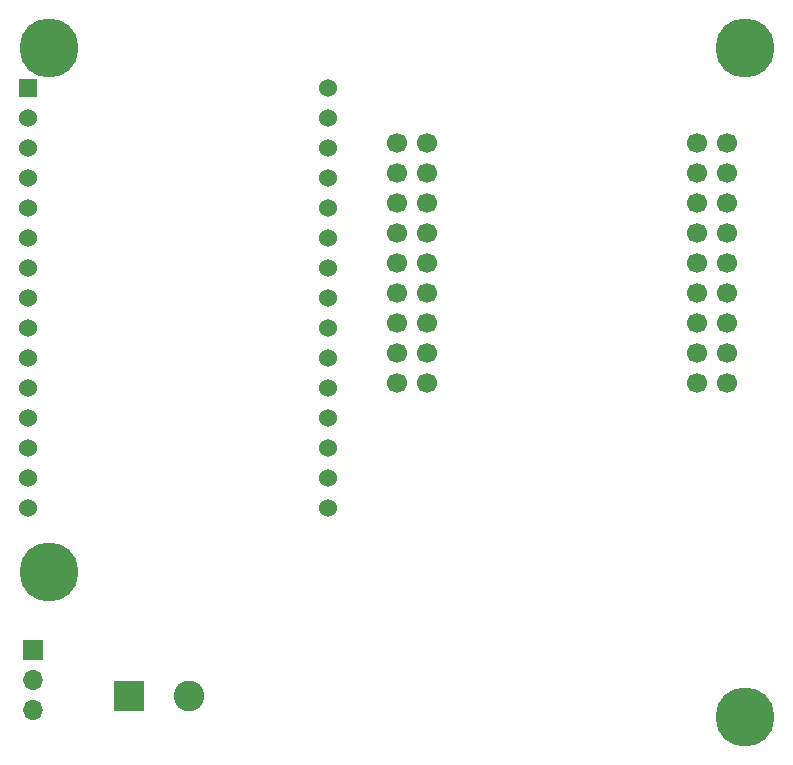
<source format=gbs>
G04 #@! TF.GenerationSoftware,KiCad,Pcbnew,(6.0.2)*
G04 #@! TF.CreationDate,2022-09-28T01:41:01+02:00*
G04 #@! TF.ProjectId,LoRa-Gateway-E220,4c6f5261-2d47-4617-9465-7761792d4532,v1r1a*
G04 #@! TF.SameCoordinates,Original*
G04 #@! TF.FileFunction,Soldermask,Bot*
G04 #@! TF.FilePolarity,Negative*
%FSLAX46Y46*%
G04 Gerber Fmt 4.6, Leading zero omitted, Abs format (unit mm)*
G04 Created by KiCad (PCBNEW (6.0.2)) date 2022-09-28 01:41:01*
%MOMM*%
%LPD*%
G01*
G04 APERTURE LIST*
%ADD10R,1.700000X1.700000*%
%ADD11O,1.700000X1.700000*%
%ADD12C,0.800000*%
%ADD13C,5.000000*%
%ADD14C,1.700000*%
%ADD15R,2.600000X2.600000*%
%ADD16C,2.600000*%
%ADD17R,1.524000X1.524000*%
%ADD18C,1.524000*%
G04 APERTURE END LIST*
D10*
X99150000Y-90300000D03*
D11*
X99150000Y-92840000D03*
X99150000Y-95380000D03*
D12*
X161275000Y-96000000D03*
X159400000Y-97875000D03*
X160725825Y-94674175D03*
D13*
X159400000Y-96000000D03*
D12*
X160725825Y-97325825D03*
X158074175Y-94674175D03*
X159400000Y-94125000D03*
X157525000Y-96000000D03*
X158074175Y-97325825D03*
D14*
X157880000Y-47375000D03*
X157880000Y-67695000D03*
X157880000Y-65155000D03*
X129940000Y-67695000D03*
X132480000Y-52455000D03*
X155340000Y-52455000D03*
X132480000Y-57535000D03*
X155340000Y-60075000D03*
X155340000Y-57535000D03*
X132480000Y-60075000D03*
X132480000Y-62615000D03*
X155340000Y-54995000D03*
X129940000Y-62615000D03*
X155340000Y-62615000D03*
X129940000Y-65155000D03*
X155340000Y-67695000D03*
X155340000Y-65155000D03*
X157880000Y-62615000D03*
X157880000Y-60075000D03*
X157880000Y-57535000D03*
X157880000Y-54995000D03*
X157880000Y-52455000D03*
X157880000Y-49915000D03*
X155340000Y-49915000D03*
X155340000Y-47375000D03*
X132480000Y-67695000D03*
X132480000Y-65155000D03*
X129940000Y-60075000D03*
X129940000Y-57535000D03*
X132480000Y-54995000D03*
X129940000Y-54995000D03*
X129940000Y-52455000D03*
X132480000Y-49915000D03*
X129940000Y-49915000D03*
X132480000Y-47375000D03*
X129940000Y-47375000D03*
D12*
X100500000Y-37425000D03*
X100500000Y-41175000D03*
D13*
X100500000Y-39300000D03*
D12*
X101825825Y-37974175D03*
X101825825Y-40625825D03*
X102375000Y-39300000D03*
X98625000Y-39300000D03*
X99174175Y-37974175D03*
X99174175Y-40625825D03*
D15*
X107300000Y-94205000D03*
D16*
X112380000Y-94205000D03*
D12*
X158074175Y-40625825D03*
X160725825Y-37974175D03*
X160725825Y-40625825D03*
X159400000Y-37425000D03*
X158074175Y-37974175D03*
X157525000Y-39300000D03*
X161275000Y-39300000D03*
X159400000Y-41175000D03*
D13*
X159400000Y-39300000D03*
D17*
X98700000Y-42740000D03*
D18*
X98700000Y-45280000D03*
X98700000Y-47820000D03*
X98700000Y-50360000D03*
X98700000Y-52900000D03*
X98700000Y-55440000D03*
X98700000Y-57980000D03*
X98700000Y-60520000D03*
X98700000Y-63060000D03*
X98700000Y-65600000D03*
X98700000Y-68140000D03*
X98700000Y-70680000D03*
X98700000Y-73220000D03*
X98700000Y-75760000D03*
X98700000Y-78300000D03*
X124100000Y-78300000D03*
X124100000Y-75760000D03*
X124100000Y-73220000D03*
X124100000Y-70680000D03*
X124100000Y-68140000D03*
X124100000Y-65600000D03*
X124100000Y-63060000D03*
X124100000Y-60520000D03*
X124100000Y-57980000D03*
X124100000Y-55440000D03*
X124100000Y-52900000D03*
X124100000Y-50360000D03*
X124100000Y-47820000D03*
X124100000Y-45280000D03*
X124100000Y-42740000D03*
D12*
X98625000Y-83700000D03*
D13*
X100500000Y-83700000D03*
D12*
X100500000Y-85575000D03*
X102375000Y-83700000D03*
X101825825Y-82374175D03*
X101825825Y-85025825D03*
X99174175Y-85025825D03*
X99174175Y-82374175D03*
X100500000Y-81825000D03*
M02*

</source>
